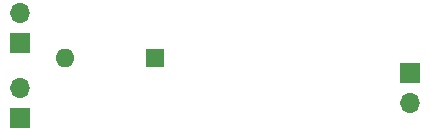
<source format=gbr>
%TF.GenerationSoftware,KiCad,Pcbnew,8.0.6*%
%TF.CreationDate,2025-06-18T20:25:26+05:30*%
%TF.ProjectId,Tiny Solar Suppy,54696e79-2053-46f6-9c61-722053757070,rev?*%
%TF.SameCoordinates,Original*%
%TF.FileFunction,Soldermask,Bot*%
%TF.FilePolarity,Negative*%
%FSLAX46Y46*%
G04 Gerber Fmt 4.6, Leading zero omitted, Abs format (unit mm)*
G04 Created by KiCad (PCBNEW 8.0.6) date 2025-06-18 20:25:26*
%MOMM*%
%LPD*%
G01*
G04 APERTURE LIST*
%ADD10R,1.600000X1.600000*%
%ADD11O,1.600000X1.600000*%
%ADD12R,1.700000X1.700000*%
%ADD13O,1.700000X1.700000*%
G04 APERTURE END LIST*
D10*
%TO.C,J3*%
X71745000Y-98425000D03*
D11*
X64125000Y-98425000D03*
%TD*%
D12*
%TO.C,J1*%
X93345000Y-99695000D03*
D13*
X93345000Y-102235000D03*
%TD*%
D12*
%TO.C,J2*%
X60325000Y-103505000D03*
D13*
X60325000Y-100965000D03*
%TD*%
D12*
%TO.C,J4*%
X60325000Y-97160000D03*
D13*
X60325000Y-94620000D03*
%TD*%
M02*

</source>
